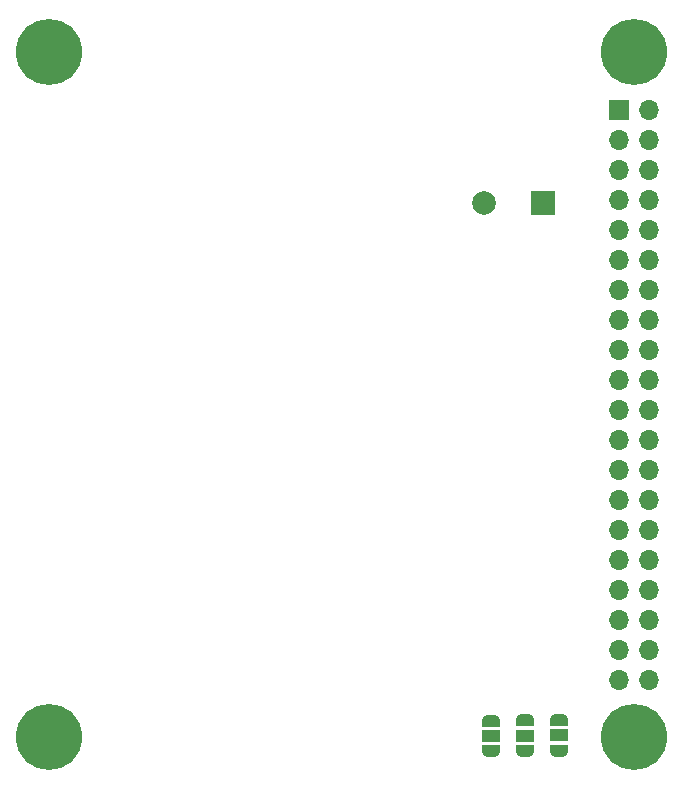
<source format=gbr>
%TF.GenerationSoftware,KiCad,Pcbnew,8.0.8*%
%TF.CreationDate,2025-09-08T09:45:39+02:00*%
%TF.ProjectId,kiba,6b696261-2e6b-4696-9361-645f70636258,rev?*%
%TF.SameCoordinates,Original*%
%TF.FileFunction,Soldermask,Bot*%
%TF.FilePolarity,Negative*%
%FSLAX46Y46*%
G04 Gerber Fmt 4.6, Leading zero omitted, Abs format (unit mm)*
G04 Created by KiCad (PCBNEW 8.0.8) date 2025-09-08 09:45:39*
%MOMM*%
%LPD*%
G01*
G04 APERTURE LIST*
G04 Aperture macros list*
%AMFreePoly0*
4,1,19,0.550000,-0.750000,0.000000,-0.750000,0.000000,-0.744911,-0.071157,-0.744911,-0.207708,-0.704816,-0.327430,-0.627875,-0.420627,-0.520320,-0.479746,-0.390866,-0.500000,-0.250000,-0.500000,0.250000,-0.479746,0.390866,-0.420627,0.520320,-0.327430,0.627875,-0.207708,0.704816,-0.071157,0.744911,0.000000,0.744911,0.000000,0.750000,0.550000,0.750000,0.550000,-0.750000,0.550000,-0.750000,
$1*%
%AMFreePoly1*
4,1,19,0.000000,0.744911,0.071157,0.744911,0.207708,0.704816,0.327430,0.627875,0.420627,0.520320,0.479746,0.390866,0.500000,0.250000,0.500000,-0.250000,0.479746,-0.390866,0.420627,-0.520320,0.327430,-0.627875,0.207708,-0.704816,0.071157,-0.744911,0.000000,-0.744911,0.000000,-0.750000,-0.550000,-0.750000,-0.550000,0.750000,0.000000,0.750000,0.000000,0.744911,0.000000,0.744911,
$1*%
G04 Aperture macros list end*
%ADD10R,2.000000X2.000000*%
%ADD11C,2.000000*%
%ADD12C,5.600000*%
%ADD13R,1.700000X1.700000*%
%ADD14O,1.700000X1.700000*%
%ADD15FreePoly0,270.000000*%
%ADD16R,1.500000X1.000000*%
%ADD17FreePoly1,270.000000*%
G04 APERTURE END LIST*
D10*
%TO.C,BZ1*%
X160905785Y-85980000D03*
D11*
X155905785Y-85980000D03*
%TD*%
D12*
%TO.C,H2*%
X119085000Y-73220000D03*
%TD*%
D13*
%TO.C,J1*%
X167305000Y-78090000D03*
D14*
X169845000Y-78090000D03*
X167305000Y-80630000D03*
X169845000Y-80630000D03*
X167305000Y-83170000D03*
X169845000Y-83170000D03*
X167305000Y-85710000D03*
X169845000Y-85710000D03*
X167305000Y-88250000D03*
X169845000Y-88250000D03*
X167305000Y-90790000D03*
X169845000Y-90790000D03*
X167305000Y-93330000D03*
X169845000Y-93330000D03*
X167305000Y-95870000D03*
X169845000Y-95870000D03*
X167305000Y-98410000D03*
X169845000Y-98410000D03*
X167305000Y-100950000D03*
X169845000Y-100950000D03*
X167305000Y-103490000D03*
X169845000Y-103490000D03*
X167305000Y-106030000D03*
X169845000Y-106030000D03*
X167305000Y-108570000D03*
X169845000Y-108570000D03*
X167305000Y-111110000D03*
X169845000Y-111110000D03*
X167305000Y-113650000D03*
X169845000Y-113650000D03*
X167305000Y-116190000D03*
X169845000Y-116190000D03*
X167305000Y-118730000D03*
X169845000Y-118730000D03*
X167305000Y-121270000D03*
X169845000Y-121270000D03*
X167305000Y-123810000D03*
X169845000Y-123810000D03*
X167305000Y-126350000D03*
X169845000Y-126350000D03*
%TD*%
D12*
%TO.C,H3*%
X119085000Y-131220000D03*
%TD*%
%TO.C,H1*%
X168585000Y-73230000D03*
%TD*%
%TO.C,H4*%
X168595000Y-131220000D03*
%TD*%
D15*
%TO.C,JP7*%
X156485000Y-129820000D03*
D16*
X156485000Y-131120000D03*
D17*
X156485000Y-132420000D03*
%TD*%
D15*
%TO.C,JP6*%
X159352500Y-129790000D03*
D16*
X159352500Y-131090000D03*
D17*
X159352500Y-132390000D03*
%TD*%
D15*
%TO.C,JP2*%
X162225000Y-129780000D03*
D16*
X162225000Y-131080000D03*
D17*
X162225000Y-132380000D03*
%TD*%
M02*

</source>
